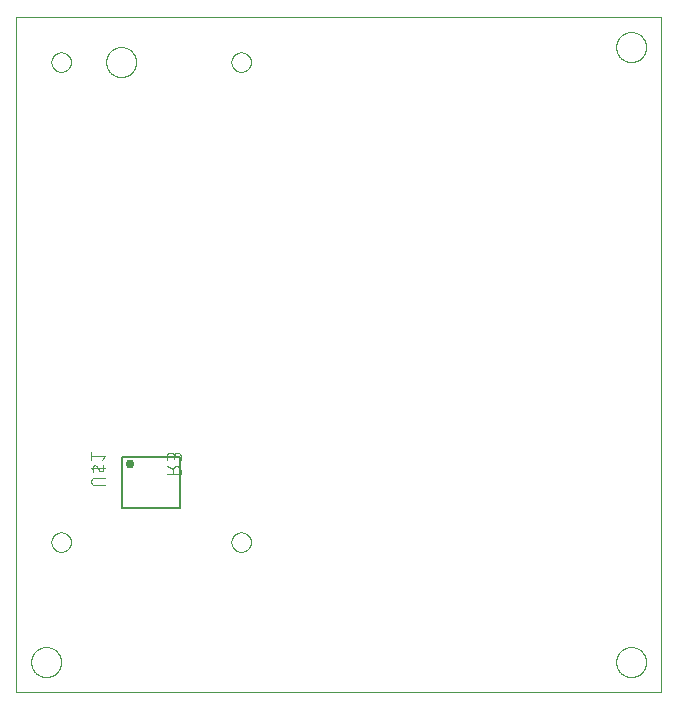
<source format=gbo>
G75*
%MOIN*%
%OFA0B0*%
%FSLAX25Y25*%
%IPPOS*%
%LPD*%
%AMOC8*
5,1,8,0,0,1.08239X$1,22.5*
%
%ADD10C,0.00000*%
%ADD11C,0.00800*%
%ADD12C,0.02953*%
%ADD13C,0.00400*%
D10*
X0002667Y0001256D02*
X0002667Y0226217D01*
X0217667Y0226256D01*
X0217667Y0001256D01*
X0002667Y0001256D01*
X0007667Y0011256D02*
X0007669Y0011397D01*
X0007675Y0011538D01*
X0007685Y0011678D01*
X0007699Y0011818D01*
X0007717Y0011958D01*
X0007738Y0012097D01*
X0007764Y0012236D01*
X0007793Y0012374D01*
X0007827Y0012510D01*
X0007864Y0012646D01*
X0007905Y0012781D01*
X0007950Y0012915D01*
X0007999Y0013047D01*
X0008051Y0013178D01*
X0008107Y0013307D01*
X0008167Y0013434D01*
X0008230Y0013560D01*
X0008296Y0013684D01*
X0008367Y0013807D01*
X0008440Y0013927D01*
X0008517Y0014045D01*
X0008597Y0014161D01*
X0008681Y0014274D01*
X0008767Y0014385D01*
X0008857Y0014494D01*
X0008950Y0014600D01*
X0009045Y0014703D01*
X0009144Y0014804D01*
X0009245Y0014902D01*
X0009349Y0014997D01*
X0009456Y0015089D01*
X0009565Y0015178D01*
X0009677Y0015263D01*
X0009791Y0015346D01*
X0009907Y0015426D01*
X0010026Y0015502D01*
X0010147Y0015574D01*
X0010269Y0015644D01*
X0010394Y0015709D01*
X0010520Y0015772D01*
X0010648Y0015830D01*
X0010778Y0015885D01*
X0010909Y0015937D01*
X0011042Y0015984D01*
X0011176Y0016028D01*
X0011311Y0016069D01*
X0011447Y0016105D01*
X0011584Y0016137D01*
X0011722Y0016166D01*
X0011860Y0016191D01*
X0012000Y0016211D01*
X0012140Y0016228D01*
X0012280Y0016241D01*
X0012421Y0016250D01*
X0012561Y0016255D01*
X0012702Y0016256D01*
X0012843Y0016253D01*
X0012984Y0016246D01*
X0013124Y0016235D01*
X0013264Y0016220D01*
X0013404Y0016201D01*
X0013543Y0016179D01*
X0013681Y0016152D01*
X0013819Y0016122D01*
X0013955Y0016087D01*
X0014091Y0016049D01*
X0014225Y0016007D01*
X0014359Y0015961D01*
X0014491Y0015912D01*
X0014621Y0015858D01*
X0014750Y0015801D01*
X0014877Y0015741D01*
X0015003Y0015677D01*
X0015126Y0015609D01*
X0015248Y0015538D01*
X0015368Y0015464D01*
X0015485Y0015386D01*
X0015600Y0015305D01*
X0015713Y0015221D01*
X0015824Y0015134D01*
X0015932Y0015043D01*
X0016037Y0014950D01*
X0016140Y0014853D01*
X0016240Y0014754D01*
X0016337Y0014652D01*
X0016431Y0014547D01*
X0016522Y0014440D01*
X0016610Y0014330D01*
X0016695Y0014218D01*
X0016777Y0014103D01*
X0016856Y0013986D01*
X0016931Y0013867D01*
X0017003Y0013746D01*
X0017071Y0013623D01*
X0017136Y0013498D01*
X0017198Y0013371D01*
X0017255Y0013242D01*
X0017310Y0013112D01*
X0017360Y0012981D01*
X0017407Y0012848D01*
X0017450Y0012714D01*
X0017489Y0012578D01*
X0017524Y0012442D01*
X0017556Y0012305D01*
X0017583Y0012167D01*
X0017607Y0012028D01*
X0017627Y0011888D01*
X0017643Y0011748D01*
X0017655Y0011608D01*
X0017663Y0011467D01*
X0017667Y0011326D01*
X0017667Y0011186D01*
X0017663Y0011045D01*
X0017655Y0010904D01*
X0017643Y0010764D01*
X0017627Y0010624D01*
X0017607Y0010484D01*
X0017583Y0010345D01*
X0017556Y0010207D01*
X0017524Y0010070D01*
X0017489Y0009934D01*
X0017450Y0009798D01*
X0017407Y0009664D01*
X0017360Y0009531D01*
X0017310Y0009400D01*
X0017255Y0009270D01*
X0017198Y0009141D01*
X0017136Y0009014D01*
X0017071Y0008889D01*
X0017003Y0008766D01*
X0016931Y0008645D01*
X0016856Y0008526D01*
X0016777Y0008409D01*
X0016695Y0008294D01*
X0016610Y0008182D01*
X0016522Y0008072D01*
X0016431Y0007965D01*
X0016337Y0007860D01*
X0016240Y0007758D01*
X0016140Y0007659D01*
X0016037Y0007562D01*
X0015932Y0007469D01*
X0015824Y0007378D01*
X0015713Y0007291D01*
X0015600Y0007207D01*
X0015485Y0007126D01*
X0015368Y0007048D01*
X0015248Y0006974D01*
X0015126Y0006903D01*
X0015003Y0006835D01*
X0014877Y0006771D01*
X0014750Y0006711D01*
X0014621Y0006654D01*
X0014491Y0006600D01*
X0014359Y0006551D01*
X0014225Y0006505D01*
X0014091Y0006463D01*
X0013955Y0006425D01*
X0013819Y0006390D01*
X0013681Y0006360D01*
X0013543Y0006333D01*
X0013404Y0006311D01*
X0013264Y0006292D01*
X0013124Y0006277D01*
X0012984Y0006266D01*
X0012843Y0006259D01*
X0012702Y0006256D01*
X0012561Y0006257D01*
X0012421Y0006262D01*
X0012280Y0006271D01*
X0012140Y0006284D01*
X0012000Y0006301D01*
X0011860Y0006321D01*
X0011722Y0006346D01*
X0011584Y0006375D01*
X0011447Y0006407D01*
X0011311Y0006443D01*
X0011176Y0006484D01*
X0011042Y0006528D01*
X0010909Y0006575D01*
X0010778Y0006627D01*
X0010648Y0006682D01*
X0010520Y0006740D01*
X0010394Y0006803D01*
X0010269Y0006868D01*
X0010147Y0006938D01*
X0010026Y0007010D01*
X0009907Y0007086D01*
X0009791Y0007166D01*
X0009677Y0007249D01*
X0009565Y0007334D01*
X0009456Y0007423D01*
X0009349Y0007515D01*
X0009245Y0007610D01*
X0009144Y0007708D01*
X0009045Y0007809D01*
X0008950Y0007912D01*
X0008857Y0008018D01*
X0008767Y0008127D01*
X0008681Y0008238D01*
X0008597Y0008351D01*
X0008517Y0008467D01*
X0008440Y0008585D01*
X0008367Y0008705D01*
X0008296Y0008828D01*
X0008230Y0008952D01*
X0008167Y0009078D01*
X0008107Y0009205D01*
X0008051Y0009334D01*
X0007999Y0009465D01*
X0007950Y0009597D01*
X0007905Y0009731D01*
X0007864Y0009866D01*
X0007827Y0010002D01*
X0007793Y0010138D01*
X0007764Y0010276D01*
X0007738Y0010415D01*
X0007717Y0010554D01*
X0007699Y0010694D01*
X0007685Y0010834D01*
X0007675Y0010974D01*
X0007669Y0011115D01*
X0007667Y0011256D01*
X0014417Y0051256D02*
X0014419Y0051369D01*
X0014425Y0051483D01*
X0014435Y0051596D01*
X0014449Y0051708D01*
X0014466Y0051820D01*
X0014488Y0051932D01*
X0014514Y0052042D01*
X0014543Y0052152D01*
X0014576Y0052260D01*
X0014613Y0052368D01*
X0014654Y0052473D01*
X0014698Y0052578D01*
X0014746Y0052681D01*
X0014797Y0052782D01*
X0014852Y0052881D01*
X0014911Y0052978D01*
X0014973Y0053073D01*
X0015038Y0053166D01*
X0015106Y0053257D01*
X0015177Y0053345D01*
X0015252Y0053431D01*
X0015329Y0053514D01*
X0015409Y0053594D01*
X0015492Y0053671D01*
X0015578Y0053746D01*
X0015666Y0053817D01*
X0015757Y0053885D01*
X0015850Y0053950D01*
X0015945Y0054012D01*
X0016042Y0054071D01*
X0016141Y0054126D01*
X0016242Y0054177D01*
X0016345Y0054225D01*
X0016450Y0054269D01*
X0016555Y0054310D01*
X0016663Y0054347D01*
X0016771Y0054380D01*
X0016881Y0054409D01*
X0016991Y0054435D01*
X0017103Y0054457D01*
X0017215Y0054474D01*
X0017327Y0054488D01*
X0017440Y0054498D01*
X0017554Y0054504D01*
X0017667Y0054506D01*
X0017780Y0054504D01*
X0017894Y0054498D01*
X0018007Y0054488D01*
X0018119Y0054474D01*
X0018231Y0054457D01*
X0018343Y0054435D01*
X0018453Y0054409D01*
X0018563Y0054380D01*
X0018671Y0054347D01*
X0018779Y0054310D01*
X0018884Y0054269D01*
X0018989Y0054225D01*
X0019092Y0054177D01*
X0019193Y0054126D01*
X0019292Y0054071D01*
X0019389Y0054012D01*
X0019484Y0053950D01*
X0019577Y0053885D01*
X0019668Y0053817D01*
X0019756Y0053746D01*
X0019842Y0053671D01*
X0019925Y0053594D01*
X0020005Y0053514D01*
X0020082Y0053431D01*
X0020157Y0053345D01*
X0020228Y0053257D01*
X0020296Y0053166D01*
X0020361Y0053073D01*
X0020423Y0052978D01*
X0020482Y0052881D01*
X0020537Y0052782D01*
X0020588Y0052681D01*
X0020636Y0052578D01*
X0020680Y0052473D01*
X0020721Y0052368D01*
X0020758Y0052260D01*
X0020791Y0052152D01*
X0020820Y0052042D01*
X0020846Y0051932D01*
X0020868Y0051820D01*
X0020885Y0051708D01*
X0020899Y0051596D01*
X0020909Y0051483D01*
X0020915Y0051369D01*
X0020917Y0051256D01*
X0020915Y0051143D01*
X0020909Y0051029D01*
X0020899Y0050916D01*
X0020885Y0050804D01*
X0020868Y0050692D01*
X0020846Y0050580D01*
X0020820Y0050470D01*
X0020791Y0050360D01*
X0020758Y0050252D01*
X0020721Y0050144D01*
X0020680Y0050039D01*
X0020636Y0049934D01*
X0020588Y0049831D01*
X0020537Y0049730D01*
X0020482Y0049631D01*
X0020423Y0049534D01*
X0020361Y0049439D01*
X0020296Y0049346D01*
X0020228Y0049255D01*
X0020157Y0049167D01*
X0020082Y0049081D01*
X0020005Y0048998D01*
X0019925Y0048918D01*
X0019842Y0048841D01*
X0019756Y0048766D01*
X0019668Y0048695D01*
X0019577Y0048627D01*
X0019484Y0048562D01*
X0019389Y0048500D01*
X0019292Y0048441D01*
X0019193Y0048386D01*
X0019092Y0048335D01*
X0018989Y0048287D01*
X0018884Y0048243D01*
X0018779Y0048202D01*
X0018671Y0048165D01*
X0018563Y0048132D01*
X0018453Y0048103D01*
X0018343Y0048077D01*
X0018231Y0048055D01*
X0018119Y0048038D01*
X0018007Y0048024D01*
X0017894Y0048014D01*
X0017780Y0048008D01*
X0017667Y0048006D01*
X0017554Y0048008D01*
X0017440Y0048014D01*
X0017327Y0048024D01*
X0017215Y0048038D01*
X0017103Y0048055D01*
X0016991Y0048077D01*
X0016881Y0048103D01*
X0016771Y0048132D01*
X0016663Y0048165D01*
X0016555Y0048202D01*
X0016450Y0048243D01*
X0016345Y0048287D01*
X0016242Y0048335D01*
X0016141Y0048386D01*
X0016042Y0048441D01*
X0015945Y0048500D01*
X0015850Y0048562D01*
X0015757Y0048627D01*
X0015666Y0048695D01*
X0015578Y0048766D01*
X0015492Y0048841D01*
X0015409Y0048918D01*
X0015329Y0048998D01*
X0015252Y0049081D01*
X0015177Y0049167D01*
X0015106Y0049255D01*
X0015038Y0049346D01*
X0014973Y0049439D01*
X0014911Y0049534D01*
X0014852Y0049631D01*
X0014797Y0049730D01*
X0014746Y0049831D01*
X0014698Y0049934D01*
X0014654Y0050039D01*
X0014613Y0050144D01*
X0014576Y0050252D01*
X0014543Y0050360D01*
X0014514Y0050470D01*
X0014488Y0050580D01*
X0014466Y0050692D01*
X0014449Y0050804D01*
X0014435Y0050916D01*
X0014425Y0051029D01*
X0014419Y0051143D01*
X0014417Y0051256D01*
X0074417Y0051256D02*
X0074419Y0051369D01*
X0074425Y0051483D01*
X0074435Y0051596D01*
X0074449Y0051708D01*
X0074466Y0051820D01*
X0074488Y0051932D01*
X0074514Y0052042D01*
X0074543Y0052152D01*
X0074576Y0052260D01*
X0074613Y0052368D01*
X0074654Y0052473D01*
X0074698Y0052578D01*
X0074746Y0052681D01*
X0074797Y0052782D01*
X0074852Y0052881D01*
X0074911Y0052978D01*
X0074973Y0053073D01*
X0075038Y0053166D01*
X0075106Y0053257D01*
X0075177Y0053345D01*
X0075252Y0053431D01*
X0075329Y0053514D01*
X0075409Y0053594D01*
X0075492Y0053671D01*
X0075578Y0053746D01*
X0075666Y0053817D01*
X0075757Y0053885D01*
X0075850Y0053950D01*
X0075945Y0054012D01*
X0076042Y0054071D01*
X0076141Y0054126D01*
X0076242Y0054177D01*
X0076345Y0054225D01*
X0076450Y0054269D01*
X0076555Y0054310D01*
X0076663Y0054347D01*
X0076771Y0054380D01*
X0076881Y0054409D01*
X0076991Y0054435D01*
X0077103Y0054457D01*
X0077215Y0054474D01*
X0077327Y0054488D01*
X0077440Y0054498D01*
X0077554Y0054504D01*
X0077667Y0054506D01*
X0077780Y0054504D01*
X0077894Y0054498D01*
X0078007Y0054488D01*
X0078119Y0054474D01*
X0078231Y0054457D01*
X0078343Y0054435D01*
X0078453Y0054409D01*
X0078563Y0054380D01*
X0078671Y0054347D01*
X0078779Y0054310D01*
X0078884Y0054269D01*
X0078989Y0054225D01*
X0079092Y0054177D01*
X0079193Y0054126D01*
X0079292Y0054071D01*
X0079389Y0054012D01*
X0079484Y0053950D01*
X0079577Y0053885D01*
X0079668Y0053817D01*
X0079756Y0053746D01*
X0079842Y0053671D01*
X0079925Y0053594D01*
X0080005Y0053514D01*
X0080082Y0053431D01*
X0080157Y0053345D01*
X0080228Y0053257D01*
X0080296Y0053166D01*
X0080361Y0053073D01*
X0080423Y0052978D01*
X0080482Y0052881D01*
X0080537Y0052782D01*
X0080588Y0052681D01*
X0080636Y0052578D01*
X0080680Y0052473D01*
X0080721Y0052368D01*
X0080758Y0052260D01*
X0080791Y0052152D01*
X0080820Y0052042D01*
X0080846Y0051932D01*
X0080868Y0051820D01*
X0080885Y0051708D01*
X0080899Y0051596D01*
X0080909Y0051483D01*
X0080915Y0051369D01*
X0080917Y0051256D01*
X0080915Y0051143D01*
X0080909Y0051029D01*
X0080899Y0050916D01*
X0080885Y0050804D01*
X0080868Y0050692D01*
X0080846Y0050580D01*
X0080820Y0050470D01*
X0080791Y0050360D01*
X0080758Y0050252D01*
X0080721Y0050144D01*
X0080680Y0050039D01*
X0080636Y0049934D01*
X0080588Y0049831D01*
X0080537Y0049730D01*
X0080482Y0049631D01*
X0080423Y0049534D01*
X0080361Y0049439D01*
X0080296Y0049346D01*
X0080228Y0049255D01*
X0080157Y0049167D01*
X0080082Y0049081D01*
X0080005Y0048998D01*
X0079925Y0048918D01*
X0079842Y0048841D01*
X0079756Y0048766D01*
X0079668Y0048695D01*
X0079577Y0048627D01*
X0079484Y0048562D01*
X0079389Y0048500D01*
X0079292Y0048441D01*
X0079193Y0048386D01*
X0079092Y0048335D01*
X0078989Y0048287D01*
X0078884Y0048243D01*
X0078779Y0048202D01*
X0078671Y0048165D01*
X0078563Y0048132D01*
X0078453Y0048103D01*
X0078343Y0048077D01*
X0078231Y0048055D01*
X0078119Y0048038D01*
X0078007Y0048024D01*
X0077894Y0048014D01*
X0077780Y0048008D01*
X0077667Y0048006D01*
X0077554Y0048008D01*
X0077440Y0048014D01*
X0077327Y0048024D01*
X0077215Y0048038D01*
X0077103Y0048055D01*
X0076991Y0048077D01*
X0076881Y0048103D01*
X0076771Y0048132D01*
X0076663Y0048165D01*
X0076555Y0048202D01*
X0076450Y0048243D01*
X0076345Y0048287D01*
X0076242Y0048335D01*
X0076141Y0048386D01*
X0076042Y0048441D01*
X0075945Y0048500D01*
X0075850Y0048562D01*
X0075757Y0048627D01*
X0075666Y0048695D01*
X0075578Y0048766D01*
X0075492Y0048841D01*
X0075409Y0048918D01*
X0075329Y0048998D01*
X0075252Y0049081D01*
X0075177Y0049167D01*
X0075106Y0049255D01*
X0075038Y0049346D01*
X0074973Y0049439D01*
X0074911Y0049534D01*
X0074852Y0049631D01*
X0074797Y0049730D01*
X0074746Y0049831D01*
X0074698Y0049934D01*
X0074654Y0050039D01*
X0074613Y0050144D01*
X0074576Y0050252D01*
X0074543Y0050360D01*
X0074514Y0050470D01*
X0074488Y0050580D01*
X0074466Y0050692D01*
X0074449Y0050804D01*
X0074435Y0050916D01*
X0074425Y0051029D01*
X0074419Y0051143D01*
X0074417Y0051256D01*
X0202667Y0011256D02*
X0202669Y0011397D01*
X0202675Y0011538D01*
X0202685Y0011678D01*
X0202699Y0011818D01*
X0202717Y0011958D01*
X0202738Y0012097D01*
X0202764Y0012236D01*
X0202793Y0012374D01*
X0202827Y0012510D01*
X0202864Y0012646D01*
X0202905Y0012781D01*
X0202950Y0012915D01*
X0202999Y0013047D01*
X0203051Y0013178D01*
X0203107Y0013307D01*
X0203167Y0013434D01*
X0203230Y0013560D01*
X0203296Y0013684D01*
X0203367Y0013807D01*
X0203440Y0013927D01*
X0203517Y0014045D01*
X0203597Y0014161D01*
X0203681Y0014274D01*
X0203767Y0014385D01*
X0203857Y0014494D01*
X0203950Y0014600D01*
X0204045Y0014703D01*
X0204144Y0014804D01*
X0204245Y0014902D01*
X0204349Y0014997D01*
X0204456Y0015089D01*
X0204565Y0015178D01*
X0204677Y0015263D01*
X0204791Y0015346D01*
X0204907Y0015426D01*
X0205026Y0015502D01*
X0205147Y0015574D01*
X0205269Y0015644D01*
X0205394Y0015709D01*
X0205520Y0015772D01*
X0205648Y0015830D01*
X0205778Y0015885D01*
X0205909Y0015937D01*
X0206042Y0015984D01*
X0206176Y0016028D01*
X0206311Y0016069D01*
X0206447Y0016105D01*
X0206584Y0016137D01*
X0206722Y0016166D01*
X0206860Y0016191D01*
X0207000Y0016211D01*
X0207140Y0016228D01*
X0207280Y0016241D01*
X0207421Y0016250D01*
X0207561Y0016255D01*
X0207702Y0016256D01*
X0207843Y0016253D01*
X0207984Y0016246D01*
X0208124Y0016235D01*
X0208264Y0016220D01*
X0208404Y0016201D01*
X0208543Y0016179D01*
X0208681Y0016152D01*
X0208819Y0016122D01*
X0208955Y0016087D01*
X0209091Y0016049D01*
X0209225Y0016007D01*
X0209359Y0015961D01*
X0209491Y0015912D01*
X0209621Y0015858D01*
X0209750Y0015801D01*
X0209877Y0015741D01*
X0210003Y0015677D01*
X0210126Y0015609D01*
X0210248Y0015538D01*
X0210368Y0015464D01*
X0210485Y0015386D01*
X0210600Y0015305D01*
X0210713Y0015221D01*
X0210824Y0015134D01*
X0210932Y0015043D01*
X0211037Y0014950D01*
X0211140Y0014853D01*
X0211240Y0014754D01*
X0211337Y0014652D01*
X0211431Y0014547D01*
X0211522Y0014440D01*
X0211610Y0014330D01*
X0211695Y0014218D01*
X0211777Y0014103D01*
X0211856Y0013986D01*
X0211931Y0013867D01*
X0212003Y0013746D01*
X0212071Y0013623D01*
X0212136Y0013498D01*
X0212198Y0013371D01*
X0212255Y0013242D01*
X0212310Y0013112D01*
X0212360Y0012981D01*
X0212407Y0012848D01*
X0212450Y0012714D01*
X0212489Y0012578D01*
X0212524Y0012442D01*
X0212556Y0012305D01*
X0212583Y0012167D01*
X0212607Y0012028D01*
X0212627Y0011888D01*
X0212643Y0011748D01*
X0212655Y0011608D01*
X0212663Y0011467D01*
X0212667Y0011326D01*
X0212667Y0011186D01*
X0212663Y0011045D01*
X0212655Y0010904D01*
X0212643Y0010764D01*
X0212627Y0010624D01*
X0212607Y0010484D01*
X0212583Y0010345D01*
X0212556Y0010207D01*
X0212524Y0010070D01*
X0212489Y0009934D01*
X0212450Y0009798D01*
X0212407Y0009664D01*
X0212360Y0009531D01*
X0212310Y0009400D01*
X0212255Y0009270D01*
X0212198Y0009141D01*
X0212136Y0009014D01*
X0212071Y0008889D01*
X0212003Y0008766D01*
X0211931Y0008645D01*
X0211856Y0008526D01*
X0211777Y0008409D01*
X0211695Y0008294D01*
X0211610Y0008182D01*
X0211522Y0008072D01*
X0211431Y0007965D01*
X0211337Y0007860D01*
X0211240Y0007758D01*
X0211140Y0007659D01*
X0211037Y0007562D01*
X0210932Y0007469D01*
X0210824Y0007378D01*
X0210713Y0007291D01*
X0210600Y0007207D01*
X0210485Y0007126D01*
X0210368Y0007048D01*
X0210248Y0006974D01*
X0210126Y0006903D01*
X0210003Y0006835D01*
X0209877Y0006771D01*
X0209750Y0006711D01*
X0209621Y0006654D01*
X0209491Y0006600D01*
X0209359Y0006551D01*
X0209225Y0006505D01*
X0209091Y0006463D01*
X0208955Y0006425D01*
X0208819Y0006390D01*
X0208681Y0006360D01*
X0208543Y0006333D01*
X0208404Y0006311D01*
X0208264Y0006292D01*
X0208124Y0006277D01*
X0207984Y0006266D01*
X0207843Y0006259D01*
X0207702Y0006256D01*
X0207561Y0006257D01*
X0207421Y0006262D01*
X0207280Y0006271D01*
X0207140Y0006284D01*
X0207000Y0006301D01*
X0206860Y0006321D01*
X0206722Y0006346D01*
X0206584Y0006375D01*
X0206447Y0006407D01*
X0206311Y0006443D01*
X0206176Y0006484D01*
X0206042Y0006528D01*
X0205909Y0006575D01*
X0205778Y0006627D01*
X0205648Y0006682D01*
X0205520Y0006740D01*
X0205394Y0006803D01*
X0205269Y0006868D01*
X0205147Y0006938D01*
X0205026Y0007010D01*
X0204907Y0007086D01*
X0204791Y0007166D01*
X0204677Y0007249D01*
X0204565Y0007334D01*
X0204456Y0007423D01*
X0204349Y0007515D01*
X0204245Y0007610D01*
X0204144Y0007708D01*
X0204045Y0007809D01*
X0203950Y0007912D01*
X0203857Y0008018D01*
X0203767Y0008127D01*
X0203681Y0008238D01*
X0203597Y0008351D01*
X0203517Y0008467D01*
X0203440Y0008585D01*
X0203367Y0008705D01*
X0203296Y0008828D01*
X0203230Y0008952D01*
X0203167Y0009078D01*
X0203107Y0009205D01*
X0203051Y0009334D01*
X0202999Y0009465D01*
X0202950Y0009597D01*
X0202905Y0009731D01*
X0202864Y0009866D01*
X0202827Y0010002D01*
X0202793Y0010138D01*
X0202764Y0010276D01*
X0202738Y0010415D01*
X0202717Y0010554D01*
X0202699Y0010694D01*
X0202685Y0010834D01*
X0202675Y0010974D01*
X0202669Y0011115D01*
X0202667Y0011256D01*
X0074417Y0211256D02*
X0074419Y0211369D01*
X0074425Y0211483D01*
X0074435Y0211596D01*
X0074449Y0211708D01*
X0074466Y0211820D01*
X0074488Y0211932D01*
X0074514Y0212042D01*
X0074543Y0212152D01*
X0074576Y0212260D01*
X0074613Y0212368D01*
X0074654Y0212473D01*
X0074698Y0212578D01*
X0074746Y0212681D01*
X0074797Y0212782D01*
X0074852Y0212881D01*
X0074911Y0212978D01*
X0074973Y0213073D01*
X0075038Y0213166D01*
X0075106Y0213257D01*
X0075177Y0213345D01*
X0075252Y0213431D01*
X0075329Y0213514D01*
X0075409Y0213594D01*
X0075492Y0213671D01*
X0075578Y0213746D01*
X0075666Y0213817D01*
X0075757Y0213885D01*
X0075850Y0213950D01*
X0075945Y0214012D01*
X0076042Y0214071D01*
X0076141Y0214126D01*
X0076242Y0214177D01*
X0076345Y0214225D01*
X0076450Y0214269D01*
X0076555Y0214310D01*
X0076663Y0214347D01*
X0076771Y0214380D01*
X0076881Y0214409D01*
X0076991Y0214435D01*
X0077103Y0214457D01*
X0077215Y0214474D01*
X0077327Y0214488D01*
X0077440Y0214498D01*
X0077554Y0214504D01*
X0077667Y0214506D01*
X0077780Y0214504D01*
X0077894Y0214498D01*
X0078007Y0214488D01*
X0078119Y0214474D01*
X0078231Y0214457D01*
X0078343Y0214435D01*
X0078453Y0214409D01*
X0078563Y0214380D01*
X0078671Y0214347D01*
X0078779Y0214310D01*
X0078884Y0214269D01*
X0078989Y0214225D01*
X0079092Y0214177D01*
X0079193Y0214126D01*
X0079292Y0214071D01*
X0079389Y0214012D01*
X0079484Y0213950D01*
X0079577Y0213885D01*
X0079668Y0213817D01*
X0079756Y0213746D01*
X0079842Y0213671D01*
X0079925Y0213594D01*
X0080005Y0213514D01*
X0080082Y0213431D01*
X0080157Y0213345D01*
X0080228Y0213257D01*
X0080296Y0213166D01*
X0080361Y0213073D01*
X0080423Y0212978D01*
X0080482Y0212881D01*
X0080537Y0212782D01*
X0080588Y0212681D01*
X0080636Y0212578D01*
X0080680Y0212473D01*
X0080721Y0212368D01*
X0080758Y0212260D01*
X0080791Y0212152D01*
X0080820Y0212042D01*
X0080846Y0211932D01*
X0080868Y0211820D01*
X0080885Y0211708D01*
X0080899Y0211596D01*
X0080909Y0211483D01*
X0080915Y0211369D01*
X0080917Y0211256D01*
X0080915Y0211143D01*
X0080909Y0211029D01*
X0080899Y0210916D01*
X0080885Y0210804D01*
X0080868Y0210692D01*
X0080846Y0210580D01*
X0080820Y0210470D01*
X0080791Y0210360D01*
X0080758Y0210252D01*
X0080721Y0210144D01*
X0080680Y0210039D01*
X0080636Y0209934D01*
X0080588Y0209831D01*
X0080537Y0209730D01*
X0080482Y0209631D01*
X0080423Y0209534D01*
X0080361Y0209439D01*
X0080296Y0209346D01*
X0080228Y0209255D01*
X0080157Y0209167D01*
X0080082Y0209081D01*
X0080005Y0208998D01*
X0079925Y0208918D01*
X0079842Y0208841D01*
X0079756Y0208766D01*
X0079668Y0208695D01*
X0079577Y0208627D01*
X0079484Y0208562D01*
X0079389Y0208500D01*
X0079292Y0208441D01*
X0079193Y0208386D01*
X0079092Y0208335D01*
X0078989Y0208287D01*
X0078884Y0208243D01*
X0078779Y0208202D01*
X0078671Y0208165D01*
X0078563Y0208132D01*
X0078453Y0208103D01*
X0078343Y0208077D01*
X0078231Y0208055D01*
X0078119Y0208038D01*
X0078007Y0208024D01*
X0077894Y0208014D01*
X0077780Y0208008D01*
X0077667Y0208006D01*
X0077554Y0208008D01*
X0077440Y0208014D01*
X0077327Y0208024D01*
X0077215Y0208038D01*
X0077103Y0208055D01*
X0076991Y0208077D01*
X0076881Y0208103D01*
X0076771Y0208132D01*
X0076663Y0208165D01*
X0076555Y0208202D01*
X0076450Y0208243D01*
X0076345Y0208287D01*
X0076242Y0208335D01*
X0076141Y0208386D01*
X0076042Y0208441D01*
X0075945Y0208500D01*
X0075850Y0208562D01*
X0075757Y0208627D01*
X0075666Y0208695D01*
X0075578Y0208766D01*
X0075492Y0208841D01*
X0075409Y0208918D01*
X0075329Y0208998D01*
X0075252Y0209081D01*
X0075177Y0209167D01*
X0075106Y0209255D01*
X0075038Y0209346D01*
X0074973Y0209439D01*
X0074911Y0209534D01*
X0074852Y0209631D01*
X0074797Y0209730D01*
X0074746Y0209831D01*
X0074698Y0209934D01*
X0074654Y0210039D01*
X0074613Y0210144D01*
X0074576Y0210252D01*
X0074543Y0210360D01*
X0074514Y0210470D01*
X0074488Y0210580D01*
X0074466Y0210692D01*
X0074449Y0210804D01*
X0074435Y0210916D01*
X0074425Y0211029D01*
X0074419Y0211143D01*
X0074417Y0211256D01*
X0032667Y0211256D02*
X0032669Y0211397D01*
X0032675Y0211538D01*
X0032685Y0211678D01*
X0032699Y0211818D01*
X0032717Y0211958D01*
X0032738Y0212097D01*
X0032764Y0212236D01*
X0032793Y0212374D01*
X0032827Y0212510D01*
X0032864Y0212646D01*
X0032905Y0212781D01*
X0032950Y0212915D01*
X0032999Y0213047D01*
X0033051Y0213178D01*
X0033107Y0213307D01*
X0033167Y0213434D01*
X0033230Y0213560D01*
X0033296Y0213684D01*
X0033367Y0213807D01*
X0033440Y0213927D01*
X0033517Y0214045D01*
X0033597Y0214161D01*
X0033681Y0214274D01*
X0033767Y0214385D01*
X0033857Y0214494D01*
X0033950Y0214600D01*
X0034045Y0214703D01*
X0034144Y0214804D01*
X0034245Y0214902D01*
X0034349Y0214997D01*
X0034456Y0215089D01*
X0034565Y0215178D01*
X0034677Y0215263D01*
X0034791Y0215346D01*
X0034907Y0215426D01*
X0035026Y0215502D01*
X0035147Y0215574D01*
X0035269Y0215644D01*
X0035394Y0215709D01*
X0035520Y0215772D01*
X0035648Y0215830D01*
X0035778Y0215885D01*
X0035909Y0215937D01*
X0036042Y0215984D01*
X0036176Y0216028D01*
X0036311Y0216069D01*
X0036447Y0216105D01*
X0036584Y0216137D01*
X0036722Y0216166D01*
X0036860Y0216191D01*
X0037000Y0216211D01*
X0037140Y0216228D01*
X0037280Y0216241D01*
X0037421Y0216250D01*
X0037561Y0216255D01*
X0037702Y0216256D01*
X0037843Y0216253D01*
X0037984Y0216246D01*
X0038124Y0216235D01*
X0038264Y0216220D01*
X0038404Y0216201D01*
X0038543Y0216179D01*
X0038681Y0216152D01*
X0038819Y0216122D01*
X0038955Y0216087D01*
X0039091Y0216049D01*
X0039225Y0216007D01*
X0039359Y0215961D01*
X0039491Y0215912D01*
X0039621Y0215858D01*
X0039750Y0215801D01*
X0039877Y0215741D01*
X0040003Y0215677D01*
X0040126Y0215609D01*
X0040248Y0215538D01*
X0040368Y0215464D01*
X0040485Y0215386D01*
X0040600Y0215305D01*
X0040713Y0215221D01*
X0040824Y0215134D01*
X0040932Y0215043D01*
X0041037Y0214950D01*
X0041140Y0214853D01*
X0041240Y0214754D01*
X0041337Y0214652D01*
X0041431Y0214547D01*
X0041522Y0214440D01*
X0041610Y0214330D01*
X0041695Y0214218D01*
X0041777Y0214103D01*
X0041856Y0213986D01*
X0041931Y0213867D01*
X0042003Y0213746D01*
X0042071Y0213623D01*
X0042136Y0213498D01*
X0042198Y0213371D01*
X0042255Y0213242D01*
X0042310Y0213112D01*
X0042360Y0212981D01*
X0042407Y0212848D01*
X0042450Y0212714D01*
X0042489Y0212578D01*
X0042524Y0212442D01*
X0042556Y0212305D01*
X0042583Y0212167D01*
X0042607Y0212028D01*
X0042627Y0211888D01*
X0042643Y0211748D01*
X0042655Y0211608D01*
X0042663Y0211467D01*
X0042667Y0211326D01*
X0042667Y0211186D01*
X0042663Y0211045D01*
X0042655Y0210904D01*
X0042643Y0210764D01*
X0042627Y0210624D01*
X0042607Y0210484D01*
X0042583Y0210345D01*
X0042556Y0210207D01*
X0042524Y0210070D01*
X0042489Y0209934D01*
X0042450Y0209798D01*
X0042407Y0209664D01*
X0042360Y0209531D01*
X0042310Y0209400D01*
X0042255Y0209270D01*
X0042198Y0209141D01*
X0042136Y0209014D01*
X0042071Y0208889D01*
X0042003Y0208766D01*
X0041931Y0208645D01*
X0041856Y0208526D01*
X0041777Y0208409D01*
X0041695Y0208294D01*
X0041610Y0208182D01*
X0041522Y0208072D01*
X0041431Y0207965D01*
X0041337Y0207860D01*
X0041240Y0207758D01*
X0041140Y0207659D01*
X0041037Y0207562D01*
X0040932Y0207469D01*
X0040824Y0207378D01*
X0040713Y0207291D01*
X0040600Y0207207D01*
X0040485Y0207126D01*
X0040368Y0207048D01*
X0040248Y0206974D01*
X0040126Y0206903D01*
X0040003Y0206835D01*
X0039877Y0206771D01*
X0039750Y0206711D01*
X0039621Y0206654D01*
X0039491Y0206600D01*
X0039359Y0206551D01*
X0039225Y0206505D01*
X0039091Y0206463D01*
X0038955Y0206425D01*
X0038819Y0206390D01*
X0038681Y0206360D01*
X0038543Y0206333D01*
X0038404Y0206311D01*
X0038264Y0206292D01*
X0038124Y0206277D01*
X0037984Y0206266D01*
X0037843Y0206259D01*
X0037702Y0206256D01*
X0037561Y0206257D01*
X0037421Y0206262D01*
X0037280Y0206271D01*
X0037140Y0206284D01*
X0037000Y0206301D01*
X0036860Y0206321D01*
X0036722Y0206346D01*
X0036584Y0206375D01*
X0036447Y0206407D01*
X0036311Y0206443D01*
X0036176Y0206484D01*
X0036042Y0206528D01*
X0035909Y0206575D01*
X0035778Y0206627D01*
X0035648Y0206682D01*
X0035520Y0206740D01*
X0035394Y0206803D01*
X0035269Y0206868D01*
X0035147Y0206938D01*
X0035026Y0207010D01*
X0034907Y0207086D01*
X0034791Y0207166D01*
X0034677Y0207249D01*
X0034565Y0207334D01*
X0034456Y0207423D01*
X0034349Y0207515D01*
X0034245Y0207610D01*
X0034144Y0207708D01*
X0034045Y0207809D01*
X0033950Y0207912D01*
X0033857Y0208018D01*
X0033767Y0208127D01*
X0033681Y0208238D01*
X0033597Y0208351D01*
X0033517Y0208467D01*
X0033440Y0208585D01*
X0033367Y0208705D01*
X0033296Y0208828D01*
X0033230Y0208952D01*
X0033167Y0209078D01*
X0033107Y0209205D01*
X0033051Y0209334D01*
X0032999Y0209465D01*
X0032950Y0209597D01*
X0032905Y0209731D01*
X0032864Y0209866D01*
X0032827Y0210002D01*
X0032793Y0210138D01*
X0032764Y0210276D01*
X0032738Y0210415D01*
X0032717Y0210554D01*
X0032699Y0210694D01*
X0032685Y0210834D01*
X0032675Y0210974D01*
X0032669Y0211115D01*
X0032667Y0211256D01*
X0014417Y0211256D02*
X0014419Y0211369D01*
X0014425Y0211483D01*
X0014435Y0211596D01*
X0014449Y0211708D01*
X0014466Y0211820D01*
X0014488Y0211932D01*
X0014514Y0212042D01*
X0014543Y0212152D01*
X0014576Y0212260D01*
X0014613Y0212368D01*
X0014654Y0212473D01*
X0014698Y0212578D01*
X0014746Y0212681D01*
X0014797Y0212782D01*
X0014852Y0212881D01*
X0014911Y0212978D01*
X0014973Y0213073D01*
X0015038Y0213166D01*
X0015106Y0213257D01*
X0015177Y0213345D01*
X0015252Y0213431D01*
X0015329Y0213514D01*
X0015409Y0213594D01*
X0015492Y0213671D01*
X0015578Y0213746D01*
X0015666Y0213817D01*
X0015757Y0213885D01*
X0015850Y0213950D01*
X0015945Y0214012D01*
X0016042Y0214071D01*
X0016141Y0214126D01*
X0016242Y0214177D01*
X0016345Y0214225D01*
X0016450Y0214269D01*
X0016555Y0214310D01*
X0016663Y0214347D01*
X0016771Y0214380D01*
X0016881Y0214409D01*
X0016991Y0214435D01*
X0017103Y0214457D01*
X0017215Y0214474D01*
X0017327Y0214488D01*
X0017440Y0214498D01*
X0017554Y0214504D01*
X0017667Y0214506D01*
X0017780Y0214504D01*
X0017894Y0214498D01*
X0018007Y0214488D01*
X0018119Y0214474D01*
X0018231Y0214457D01*
X0018343Y0214435D01*
X0018453Y0214409D01*
X0018563Y0214380D01*
X0018671Y0214347D01*
X0018779Y0214310D01*
X0018884Y0214269D01*
X0018989Y0214225D01*
X0019092Y0214177D01*
X0019193Y0214126D01*
X0019292Y0214071D01*
X0019389Y0214012D01*
X0019484Y0213950D01*
X0019577Y0213885D01*
X0019668Y0213817D01*
X0019756Y0213746D01*
X0019842Y0213671D01*
X0019925Y0213594D01*
X0020005Y0213514D01*
X0020082Y0213431D01*
X0020157Y0213345D01*
X0020228Y0213257D01*
X0020296Y0213166D01*
X0020361Y0213073D01*
X0020423Y0212978D01*
X0020482Y0212881D01*
X0020537Y0212782D01*
X0020588Y0212681D01*
X0020636Y0212578D01*
X0020680Y0212473D01*
X0020721Y0212368D01*
X0020758Y0212260D01*
X0020791Y0212152D01*
X0020820Y0212042D01*
X0020846Y0211932D01*
X0020868Y0211820D01*
X0020885Y0211708D01*
X0020899Y0211596D01*
X0020909Y0211483D01*
X0020915Y0211369D01*
X0020917Y0211256D01*
X0020915Y0211143D01*
X0020909Y0211029D01*
X0020899Y0210916D01*
X0020885Y0210804D01*
X0020868Y0210692D01*
X0020846Y0210580D01*
X0020820Y0210470D01*
X0020791Y0210360D01*
X0020758Y0210252D01*
X0020721Y0210144D01*
X0020680Y0210039D01*
X0020636Y0209934D01*
X0020588Y0209831D01*
X0020537Y0209730D01*
X0020482Y0209631D01*
X0020423Y0209534D01*
X0020361Y0209439D01*
X0020296Y0209346D01*
X0020228Y0209255D01*
X0020157Y0209167D01*
X0020082Y0209081D01*
X0020005Y0208998D01*
X0019925Y0208918D01*
X0019842Y0208841D01*
X0019756Y0208766D01*
X0019668Y0208695D01*
X0019577Y0208627D01*
X0019484Y0208562D01*
X0019389Y0208500D01*
X0019292Y0208441D01*
X0019193Y0208386D01*
X0019092Y0208335D01*
X0018989Y0208287D01*
X0018884Y0208243D01*
X0018779Y0208202D01*
X0018671Y0208165D01*
X0018563Y0208132D01*
X0018453Y0208103D01*
X0018343Y0208077D01*
X0018231Y0208055D01*
X0018119Y0208038D01*
X0018007Y0208024D01*
X0017894Y0208014D01*
X0017780Y0208008D01*
X0017667Y0208006D01*
X0017554Y0208008D01*
X0017440Y0208014D01*
X0017327Y0208024D01*
X0017215Y0208038D01*
X0017103Y0208055D01*
X0016991Y0208077D01*
X0016881Y0208103D01*
X0016771Y0208132D01*
X0016663Y0208165D01*
X0016555Y0208202D01*
X0016450Y0208243D01*
X0016345Y0208287D01*
X0016242Y0208335D01*
X0016141Y0208386D01*
X0016042Y0208441D01*
X0015945Y0208500D01*
X0015850Y0208562D01*
X0015757Y0208627D01*
X0015666Y0208695D01*
X0015578Y0208766D01*
X0015492Y0208841D01*
X0015409Y0208918D01*
X0015329Y0208998D01*
X0015252Y0209081D01*
X0015177Y0209167D01*
X0015106Y0209255D01*
X0015038Y0209346D01*
X0014973Y0209439D01*
X0014911Y0209534D01*
X0014852Y0209631D01*
X0014797Y0209730D01*
X0014746Y0209831D01*
X0014698Y0209934D01*
X0014654Y0210039D01*
X0014613Y0210144D01*
X0014576Y0210252D01*
X0014543Y0210360D01*
X0014514Y0210470D01*
X0014488Y0210580D01*
X0014466Y0210692D01*
X0014449Y0210804D01*
X0014435Y0210916D01*
X0014425Y0211029D01*
X0014419Y0211143D01*
X0014417Y0211256D01*
X0202667Y0216256D02*
X0202669Y0216397D01*
X0202675Y0216538D01*
X0202685Y0216678D01*
X0202699Y0216818D01*
X0202717Y0216958D01*
X0202738Y0217097D01*
X0202764Y0217236D01*
X0202793Y0217374D01*
X0202827Y0217510D01*
X0202864Y0217646D01*
X0202905Y0217781D01*
X0202950Y0217915D01*
X0202999Y0218047D01*
X0203051Y0218178D01*
X0203107Y0218307D01*
X0203167Y0218434D01*
X0203230Y0218560D01*
X0203296Y0218684D01*
X0203367Y0218807D01*
X0203440Y0218927D01*
X0203517Y0219045D01*
X0203597Y0219161D01*
X0203681Y0219274D01*
X0203767Y0219385D01*
X0203857Y0219494D01*
X0203950Y0219600D01*
X0204045Y0219703D01*
X0204144Y0219804D01*
X0204245Y0219902D01*
X0204349Y0219997D01*
X0204456Y0220089D01*
X0204565Y0220178D01*
X0204677Y0220263D01*
X0204791Y0220346D01*
X0204907Y0220426D01*
X0205026Y0220502D01*
X0205147Y0220574D01*
X0205269Y0220644D01*
X0205394Y0220709D01*
X0205520Y0220772D01*
X0205648Y0220830D01*
X0205778Y0220885D01*
X0205909Y0220937D01*
X0206042Y0220984D01*
X0206176Y0221028D01*
X0206311Y0221069D01*
X0206447Y0221105D01*
X0206584Y0221137D01*
X0206722Y0221166D01*
X0206860Y0221191D01*
X0207000Y0221211D01*
X0207140Y0221228D01*
X0207280Y0221241D01*
X0207421Y0221250D01*
X0207561Y0221255D01*
X0207702Y0221256D01*
X0207843Y0221253D01*
X0207984Y0221246D01*
X0208124Y0221235D01*
X0208264Y0221220D01*
X0208404Y0221201D01*
X0208543Y0221179D01*
X0208681Y0221152D01*
X0208819Y0221122D01*
X0208955Y0221087D01*
X0209091Y0221049D01*
X0209225Y0221007D01*
X0209359Y0220961D01*
X0209491Y0220912D01*
X0209621Y0220858D01*
X0209750Y0220801D01*
X0209877Y0220741D01*
X0210003Y0220677D01*
X0210126Y0220609D01*
X0210248Y0220538D01*
X0210368Y0220464D01*
X0210485Y0220386D01*
X0210600Y0220305D01*
X0210713Y0220221D01*
X0210824Y0220134D01*
X0210932Y0220043D01*
X0211037Y0219950D01*
X0211140Y0219853D01*
X0211240Y0219754D01*
X0211337Y0219652D01*
X0211431Y0219547D01*
X0211522Y0219440D01*
X0211610Y0219330D01*
X0211695Y0219218D01*
X0211777Y0219103D01*
X0211856Y0218986D01*
X0211931Y0218867D01*
X0212003Y0218746D01*
X0212071Y0218623D01*
X0212136Y0218498D01*
X0212198Y0218371D01*
X0212255Y0218242D01*
X0212310Y0218112D01*
X0212360Y0217981D01*
X0212407Y0217848D01*
X0212450Y0217714D01*
X0212489Y0217578D01*
X0212524Y0217442D01*
X0212556Y0217305D01*
X0212583Y0217167D01*
X0212607Y0217028D01*
X0212627Y0216888D01*
X0212643Y0216748D01*
X0212655Y0216608D01*
X0212663Y0216467D01*
X0212667Y0216326D01*
X0212667Y0216186D01*
X0212663Y0216045D01*
X0212655Y0215904D01*
X0212643Y0215764D01*
X0212627Y0215624D01*
X0212607Y0215484D01*
X0212583Y0215345D01*
X0212556Y0215207D01*
X0212524Y0215070D01*
X0212489Y0214934D01*
X0212450Y0214798D01*
X0212407Y0214664D01*
X0212360Y0214531D01*
X0212310Y0214400D01*
X0212255Y0214270D01*
X0212198Y0214141D01*
X0212136Y0214014D01*
X0212071Y0213889D01*
X0212003Y0213766D01*
X0211931Y0213645D01*
X0211856Y0213526D01*
X0211777Y0213409D01*
X0211695Y0213294D01*
X0211610Y0213182D01*
X0211522Y0213072D01*
X0211431Y0212965D01*
X0211337Y0212860D01*
X0211240Y0212758D01*
X0211140Y0212659D01*
X0211037Y0212562D01*
X0210932Y0212469D01*
X0210824Y0212378D01*
X0210713Y0212291D01*
X0210600Y0212207D01*
X0210485Y0212126D01*
X0210368Y0212048D01*
X0210248Y0211974D01*
X0210126Y0211903D01*
X0210003Y0211835D01*
X0209877Y0211771D01*
X0209750Y0211711D01*
X0209621Y0211654D01*
X0209491Y0211600D01*
X0209359Y0211551D01*
X0209225Y0211505D01*
X0209091Y0211463D01*
X0208955Y0211425D01*
X0208819Y0211390D01*
X0208681Y0211360D01*
X0208543Y0211333D01*
X0208404Y0211311D01*
X0208264Y0211292D01*
X0208124Y0211277D01*
X0207984Y0211266D01*
X0207843Y0211259D01*
X0207702Y0211256D01*
X0207561Y0211257D01*
X0207421Y0211262D01*
X0207280Y0211271D01*
X0207140Y0211284D01*
X0207000Y0211301D01*
X0206860Y0211321D01*
X0206722Y0211346D01*
X0206584Y0211375D01*
X0206447Y0211407D01*
X0206311Y0211443D01*
X0206176Y0211484D01*
X0206042Y0211528D01*
X0205909Y0211575D01*
X0205778Y0211627D01*
X0205648Y0211682D01*
X0205520Y0211740D01*
X0205394Y0211803D01*
X0205269Y0211868D01*
X0205147Y0211938D01*
X0205026Y0212010D01*
X0204907Y0212086D01*
X0204791Y0212166D01*
X0204677Y0212249D01*
X0204565Y0212334D01*
X0204456Y0212423D01*
X0204349Y0212515D01*
X0204245Y0212610D01*
X0204144Y0212708D01*
X0204045Y0212809D01*
X0203950Y0212912D01*
X0203857Y0213018D01*
X0203767Y0213127D01*
X0203681Y0213238D01*
X0203597Y0213351D01*
X0203517Y0213467D01*
X0203440Y0213585D01*
X0203367Y0213705D01*
X0203296Y0213828D01*
X0203230Y0213952D01*
X0203167Y0214078D01*
X0203107Y0214205D01*
X0203051Y0214334D01*
X0202999Y0214465D01*
X0202950Y0214597D01*
X0202905Y0214731D01*
X0202864Y0214866D01*
X0202827Y0215002D01*
X0202793Y0215138D01*
X0202764Y0215276D01*
X0202738Y0215415D01*
X0202717Y0215554D01*
X0202699Y0215694D01*
X0202685Y0215834D01*
X0202675Y0215974D01*
X0202669Y0216115D01*
X0202667Y0216256D01*
D11*
X0057332Y0079720D02*
X0057332Y0062791D01*
X0038001Y0062791D01*
X0038001Y0079720D01*
X0057332Y0079720D01*
D12*
X0040482Y0077260D03*
D13*
X0032230Y0075814D02*
X0027630Y0075814D01*
X0028141Y0076197D02*
X0028153Y0076250D01*
X0028168Y0076302D01*
X0028188Y0076353D01*
X0028210Y0076402D01*
X0028236Y0076450D01*
X0028266Y0076496D01*
X0028298Y0076539D01*
X0028334Y0076580D01*
X0028372Y0076619D01*
X0028413Y0076654D01*
X0028457Y0076687D01*
X0028502Y0076716D01*
X0028550Y0076742D01*
X0028600Y0076765D01*
X0028650Y0076784D01*
X0028702Y0076799D01*
X0028756Y0076811D01*
X0028809Y0076818D01*
X0028863Y0076822D01*
X0028918Y0076823D01*
X0028972Y0076819D01*
X0029026Y0076811D01*
X0029079Y0076800D01*
X0029131Y0076785D01*
X0029182Y0076766D01*
X0029231Y0076743D01*
X0029279Y0076718D01*
X0029325Y0076688D01*
X0029368Y0076656D01*
X0029410Y0076621D01*
X0029448Y0076582D01*
X0029484Y0076541D01*
X0029517Y0076498D01*
X0029546Y0076453D01*
X0029547Y0076453D02*
X0029930Y0075814D01*
X0030314Y0075175D01*
X0028397Y0074792D02*
X0028354Y0074867D01*
X0028315Y0074943D01*
X0028278Y0075021D01*
X0028246Y0075100D01*
X0028216Y0075181D01*
X0028190Y0075263D01*
X0028168Y0075346D01*
X0028149Y0075430D01*
X0028133Y0075514D01*
X0028122Y0075599D01*
X0028114Y0075685D01*
X0028109Y0075770D01*
X0028108Y0075856D01*
X0028111Y0075942D01*
X0028117Y0076028D01*
X0028127Y0076113D01*
X0028141Y0076198D01*
X0031464Y0076837D02*
X0031507Y0076762D01*
X0031546Y0076686D01*
X0031583Y0076608D01*
X0031615Y0076529D01*
X0031645Y0076448D01*
X0031671Y0076366D01*
X0031693Y0076283D01*
X0031712Y0076199D01*
X0031728Y0076115D01*
X0031739Y0076030D01*
X0031747Y0075944D01*
X0031752Y0075859D01*
X0031753Y0075773D01*
X0031750Y0075687D01*
X0031744Y0075601D01*
X0031734Y0075516D01*
X0031720Y0075431D01*
X0031719Y0075431D02*
X0031707Y0075378D01*
X0031692Y0075326D01*
X0031672Y0075275D01*
X0031650Y0075226D01*
X0031624Y0075178D01*
X0031594Y0075132D01*
X0031562Y0075089D01*
X0031526Y0075048D01*
X0031488Y0075009D01*
X0031447Y0074974D01*
X0031403Y0074941D01*
X0031358Y0074912D01*
X0031310Y0074886D01*
X0031260Y0074863D01*
X0031210Y0074844D01*
X0031158Y0074829D01*
X0031104Y0074817D01*
X0031051Y0074810D01*
X0030997Y0074806D01*
X0030942Y0074805D01*
X0030888Y0074809D01*
X0030834Y0074817D01*
X0030781Y0074828D01*
X0030729Y0074843D01*
X0030678Y0074862D01*
X0030629Y0074885D01*
X0030581Y0074910D01*
X0030535Y0074940D01*
X0030492Y0074972D01*
X0030450Y0075007D01*
X0030412Y0075046D01*
X0030376Y0075087D01*
X0030343Y0075130D01*
X0030314Y0075175D01*
X0028908Y0072742D02*
X0032230Y0072742D01*
X0032230Y0070187D02*
X0028908Y0070187D01*
X0028908Y0070186D02*
X0028838Y0070188D01*
X0028767Y0070194D01*
X0028698Y0070203D01*
X0028629Y0070217D01*
X0028560Y0070234D01*
X0028493Y0070255D01*
X0028427Y0070280D01*
X0028363Y0070308D01*
X0028300Y0070340D01*
X0028239Y0070375D01*
X0028180Y0070414D01*
X0028123Y0070455D01*
X0028069Y0070500D01*
X0028017Y0070548D01*
X0027968Y0070598D01*
X0027921Y0070652D01*
X0027878Y0070707D01*
X0027838Y0070765D01*
X0027801Y0070825D01*
X0027768Y0070887D01*
X0027738Y0070951D01*
X0027711Y0071016D01*
X0027688Y0071082D01*
X0027669Y0071150D01*
X0027654Y0071219D01*
X0027642Y0071288D01*
X0027634Y0071358D01*
X0027630Y0071429D01*
X0027630Y0071499D01*
X0027634Y0071570D01*
X0027642Y0071640D01*
X0027654Y0071709D01*
X0027669Y0071778D01*
X0027688Y0071846D01*
X0027711Y0071912D01*
X0027738Y0071977D01*
X0027768Y0072041D01*
X0027801Y0072103D01*
X0027838Y0072163D01*
X0027878Y0072221D01*
X0027921Y0072276D01*
X0027968Y0072330D01*
X0028017Y0072380D01*
X0028069Y0072428D01*
X0028123Y0072473D01*
X0028180Y0072514D01*
X0028239Y0072553D01*
X0028300Y0072588D01*
X0028363Y0072620D01*
X0028427Y0072648D01*
X0028493Y0072673D01*
X0028560Y0072694D01*
X0028629Y0072711D01*
X0028698Y0072725D01*
X0028767Y0072734D01*
X0028838Y0072740D01*
X0028908Y0072742D01*
X0027630Y0078737D02*
X0027630Y0081292D01*
X0027630Y0080014D02*
X0032230Y0080014D01*
X0031208Y0078737D01*
X0052867Y0078500D02*
X0052867Y0079778D01*
X0052866Y0079778D02*
X0052868Y0079848D01*
X0052874Y0079919D01*
X0052883Y0079988D01*
X0052897Y0080057D01*
X0052914Y0080126D01*
X0052935Y0080193D01*
X0052960Y0080259D01*
X0052988Y0080323D01*
X0053020Y0080386D01*
X0053055Y0080447D01*
X0053094Y0080506D01*
X0053135Y0080563D01*
X0053180Y0080617D01*
X0053228Y0080669D01*
X0053278Y0080718D01*
X0053332Y0080765D01*
X0053387Y0080808D01*
X0053445Y0080848D01*
X0053505Y0080885D01*
X0053567Y0080918D01*
X0053631Y0080948D01*
X0053696Y0080975D01*
X0053762Y0080998D01*
X0053830Y0081017D01*
X0053899Y0081032D01*
X0053968Y0081044D01*
X0054038Y0081052D01*
X0054109Y0081056D01*
X0054179Y0081056D01*
X0054250Y0081052D01*
X0054320Y0081044D01*
X0054389Y0081032D01*
X0054458Y0081017D01*
X0054526Y0080998D01*
X0054592Y0080975D01*
X0054657Y0080948D01*
X0054721Y0080918D01*
X0054783Y0080885D01*
X0054843Y0080848D01*
X0054901Y0080808D01*
X0054956Y0080765D01*
X0055010Y0080718D01*
X0055060Y0080669D01*
X0055108Y0080617D01*
X0055153Y0080563D01*
X0055194Y0080506D01*
X0055233Y0080447D01*
X0055268Y0080386D01*
X0055300Y0080323D01*
X0055328Y0080259D01*
X0055353Y0080193D01*
X0055374Y0080126D01*
X0055391Y0080057D01*
X0055405Y0079988D01*
X0055414Y0079919D01*
X0055420Y0079848D01*
X0055422Y0079778D01*
X0055422Y0080034D02*
X0055422Y0079011D01*
X0055422Y0080034D02*
X0055424Y0080097D01*
X0055430Y0080160D01*
X0055439Y0080222D01*
X0055453Y0080283D01*
X0055470Y0080344D01*
X0055491Y0080403D01*
X0055516Y0080461D01*
X0055544Y0080518D01*
X0055575Y0080572D01*
X0055610Y0080624D01*
X0055648Y0080675D01*
X0055689Y0080723D01*
X0055733Y0080768D01*
X0055779Y0080810D01*
X0055828Y0080850D01*
X0055879Y0080886D01*
X0055933Y0080919D01*
X0055988Y0080949D01*
X0056046Y0080975D01*
X0056104Y0080998D01*
X0056164Y0081017D01*
X0056225Y0081032D01*
X0056287Y0081044D01*
X0056350Y0081052D01*
X0056413Y0081056D01*
X0056475Y0081056D01*
X0056538Y0081052D01*
X0056601Y0081044D01*
X0056663Y0081032D01*
X0056724Y0081017D01*
X0056784Y0080998D01*
X0056842Y0080975D01*
X0056900Y0080949D01*
X0056955Y0080919D01*
X0057009Y0080886D01*
X0057060Y0080850D01*
X0057109Y0080810D01*
X0057155Y0080768D01*
X0057199Y0080723D01*
X0057240Y0080675D01*
X0057278Y0080624D01*
X0057313Y0080572D01*
X0057344Y0080518D01*
X0057372Y0080461D01*
X0057397Y0080403D01*
X0057418Y0080344D01*
X0057435Y0080283D01*
X0057449Y0080222D01*
X0057458Y0080160D01*
X0057464Y0080097D01*
X0057466Y0080034D01*
X0057467Y0080034D02*
X0057467Y0078500D01*
X0057467Y0075307D02*
X0057467Y0074029D01*
X0052867Y0074029D01*
X0054911Y0074029D02*
X0054911Y0075307D01*
X0054911Y0075563D02*
X0052867Y0076585D01*
X0054911Y0075307D02*
X0054913Y0075377D01*
X0054919Y0075448D01*
X0054928Y0075517D01*
X0054942Y0075586D01*
X0054959Y0075655D01*
X0054980Y0075722D01*
X0055005Y0075788D01*
X0055033Y0075852D01*
X0055065Y0075915D01*
X0055100Y0075976D01*
X0055139Y0076035D01*
X0055180Y0076092D01*
X0055225Y0076146D01*
X0055273Y0076198D01*
X0055323Y0076247D01*
X0055377Y0076294D01*
X0055432Y0076337D01*
X0055490Y0076377D01*
X0055550Y0076414D01*
X0055612Y0076447D01*
X0055676Y0076477D01*
X0055741Y0076504D01*
X0055807Y0076527D01*
X0055875Y0076546D01*
X0055944Y0076561D01*
X0056013Y0076573D01*
X0056083Y0076581D01*
X0056154Y0076585D01*
X0056224Y0076585D01*
X0056295Y0076581D01*
X0056365Y0076573D01*
X0056434Y0076561D01*
X0056503Y0076546D01*
X0056571Y0076527D01*
X0056637Y0076504D01*
X0056702Y0076477D01*
X0056766Y0076447D01*
X0056828Y0076414D01*
X0056888Y0076377D01*
X0056946Y0076337D01*
X0057001Y0076294D01*
X0057055Y0076247D01*
X0057105Y0076198D01*
X0057153Y0076146D01*
X0057198Y0076092D01*
X0057239Y0076035D01*
X0057278Y0075976D01*
X0057313Y0075915D01*
X0057345Y0075852D01*
X0057373Y0075788D01*
X0057398Y0075722D01*
X0057419Y0075655D01*
X0057436Y0075586D01*
X0057450Y0075517D01*
X0057459Y0075448D01*
X0057465Y0075377D01*
X0057467Y0075307D01*
M02*

</source>
